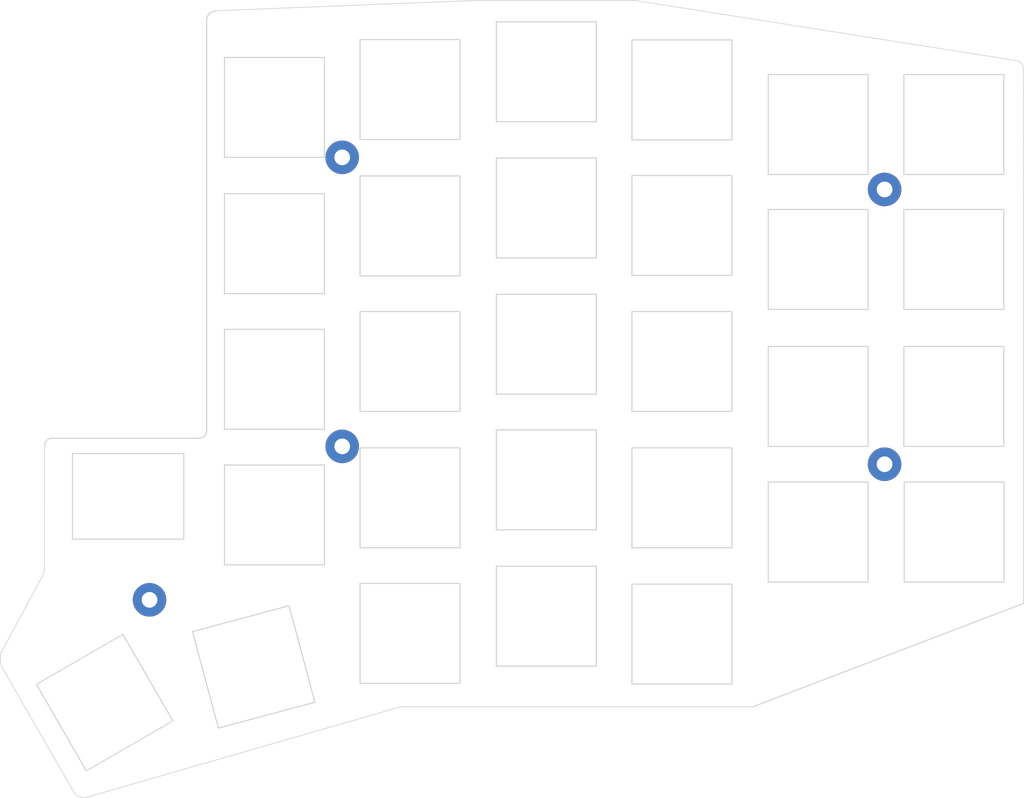
<source format=kicad_pcb>
(kicad_pcb (version 20211014) (generator pcbnew)
  (layers (0 "F.Cu" signal) (31 "B.Cu" signal) (34 "B.Paste" user) (35 "F.Paste" user) (36 "B.SilkS" user "B.Silkscreen") (37 "F.SilkS" user "F.Silkscreen") (38 "B.Mask" user) (39 "F.Mask" user) (44 "Edge.Cuts" user))
  (net 0 "")
  (footprint "SofleKeyboard-footprint:HOLE_M2_TH" (layer "F.Cu") (at 207.22 63.22)
    (fp_text reference "TH4" hide)
    (fp_text value "HOLE" hide)
    (pad "" thru_hole circle locked (at -0.225 -0.275 90) (size 4.7 4.7) (drill 2.2) (layers *.Cu *.Mask "Dwgs.User") (clearance 0.3))
  )
  (footprint "SofleKeyboard-footprint:HOLE_M2_TH" (layer "F.Cu") (at 130.97 58.52)
    (fp_text reference "TH3" hide)
    (fp_text value "HOLE" hide)
    (pad "" thru_hole circle locked (at 0.025 -0.075 90) (size 4.7 4.7) (drill 2.2) (layers *.Cu *.Mask "Dwgs.User") (clearance 0.3))
  )
  (footprint "SofleKeyboard-footprint:HOLE_M2_TH" (layer "F.Cu") (at 207.17 101.47)
    (fp_text reference "TH6" hide)
    (fp_text value "HOLE" hide)
    (pad "" thru_hole circle locked (at -0.175 -0.025 90) (size 4.7 4.7) (drill 2.2) (layers *.Cu *.Mask "Dwgs.User") (clearance 0.3))
  )
  (footprint "SofleKeyboard-footprint:HOLE_M2_TH" (layer "F.Cu") (at 131.02 99.02)
    (fp_text reference "TH5" hide)
    (fp_text value "HOLE" hide)
    (pad "" thru_hole circle locked (at -0.025 -0.075 90) (size 4.7 4.7) (drill 2.2) (layers *.Cu *.Mask "Dwgs.User") (clearance 0.3))
  )
  (footprint "SofleKeyboard-footprint:HOLE_M2_TH" (layer "F.Cu") (at 103.995 120.445 90)
    (fp_text reference "TH7" hide)
    (fp_text value "HOLE" hide)
    (pad "" thru_hole circle locked (at 0 0 180) (size 4.7 4.7) (drill 2.2) (layers *.Cu *.Mask "Dwgs.User") (clearance 0.3))
  )
  (gr_line (start 107.267178 137.407178) (end 95.142822 144.407178) (layer "Edge.Cuts") (width 0.15))
  (gr_line (start 100.267178 125.282822) (end 107.267178 137.407178) (layer "Edge.Cuts") (width 0.15))
  (gr_line (start 95.142822 144.407178) (end 88.142822 132.282822) (layer "Edge.Cuts") (width 0.15))
  (gr_line (start 88.142822 132.282822) (end 100.267178 125.282822) (layer "Edge.Cuts") (width 0.15))
  (gr_line (start 108.795 111.945) (end 108.795 105.945) (layer "Edge.Cuts") (width 0.15))
  (gr_line (start 226.278881 45.442807) (end 226.365281 45.623672) (layer "Edge.Cuts") (width 0.1))
  (gr_line (start 93.545 147.645) (end 83.295 129.845) (layer "Edge.Cuts") (width 0.1))
  (gr_line (start 171.945 36.445) (end 225.470441 44.890146) (layer "Edge.Cuts") (width 0.1))
  (gr_line (start 89.270257 115.845) (end 89.195 116.495) (layer "Edge.Cuts") (width 0.1))
  (gr_line (start 94.345 148.095) (end 94.895 148.195) (layer "Edge.Cuts") (width 0.1))
  (gr_line (start 83.145 129.345) (end 83.095 128.745) (layer "Edge.Cuts") (width 0.1))
  (gr_line (start 93.895 147.945) (end 94.345 148.095) (layer "Edge.Cuts") (width 0.1))
  (gr_line (start 225.672111 44.941776) (end 225.856871 45.026466) (layer "Edge.Cuts") (width 0.1))
  (gr_line (start 226.465181 120.945) (end 188.495 135.445) (layer "Edge.Cuts") (width 0.15))
  (gr_line (start 89.195 116.495) (end 88.995 117.095) (layer "Edge.Cuts") (width 0.1))
  (gr_line (start 83.095 128.745) (end 83.095 128.345) (layer "Edge.Cuts") (width 0.1))
  (gr_line (start 93.545 147.645) (end 93.895 147.945) (layer "Edge.Cuts") (width 0.1))
  (gr_line (start 225.470441 44.890146) (end 225.672111 44.941776) (layer "Edge.Cuts") (width 0.1))
  (gr_line (start 226.438181 46.026902) (end 226.465181 120.945) (layer "Edge.Cuts") (width 0.1))
  (gr_line (start 226.419381 45.819571) (end 226.438181 46.026902) (layer "Edge.Cuts") (width 0.1))
  (gr_line (start 83.195 127.845) (end 88.995 117.095) (layer "Edge.Cuts") (width 0.1))
  (gr_line (start 226.365281 45.623672) (end 226.419381 45.819571) (layer "Edge.Cuts") (width 0.1))
  (gr_line (start 149.995 36.445) (end 113.395 37.9) (layer "Edge.Cuts") (width 0.1))
  (gr_line (start 139.149128 135.445) (end 188.495 135.445) (layer "Edge.Cuts") (width 0.1))
  (gr_line (start 83.295 129.845) (end 83.145 129.345) (layer "Edge.Cuts") (width 0.1))
  (gr_line (start 83.095 128.345) (end 83.195 127.845) (layer "Edge.Cuts") (width 0.1))
  (gr_line (start 139.149128 135.445) (end 94.895 148.195) (layer "Edge.Cuts") (width 0.1))
  (gr_line (start 226.021621 45.1406) (end 226.163321 45.280582) (layer "Edge.Cuts") (width 0.1))
  (gr_line (start 149.995 36.445) (end 171.945 36.445) (layer "Edge.Cuts") (width 0.1))
  (gr_line (start 226.163321 45.280582) (end 226.278881 45.442807) (layer "Edge.Cuts") (width 0.1))
  (gr_line (start 89.270257 115.845) (end 89.3 98.8) (layer "Edge.Cuts") (width 0.1))
  (gr_line (start 225.856871 45.026466) (end 226.021621 45.1406) (layer "Edge.Cuts") (width 0.1))
  (gr_line (start 190.695 84.945) (end 204.695 84.945) (layer "Edge.Cuts") (width 0.15))
  (gr_line (start 147.495 118.145) (end 147.495 132.145) (layer "Edge.Cuts") (width 0.15))
  (gr_arc (start 111.995 96.8) (mid 111.702107 97.507107) (end 110.995 97.8) (layer "Edge.Cuts") (width 0.15))
  (gr_line (start 111.995 96.8) (end 111.995 39.045) (layer "Edge.Cuts") (width 0.15))
  (gr_line (start 204.695 84.945) (end 204.695 98.945) (layer "Edge.Cuts") (width 0.15))
  (gr_line (start 108.795 99.945) (end 93.195 99.945) (layer "Edge.Cuts") (width 0.15))
  (gr_line (start 152.595 96.635) (end 166.595 96.635) (layer "Edge.Cuts") (width 0.15))
  (gr_line (start 185.595 113.145) (end 171.595 113.145) (layer "Edge.Cuts") (width 0.15))
  (gr_line (start 112.995 38) (end 113.395 37.9) (layer "Edge.Cuts") (width 0.15))
  (gr_line (start 133.495 132.145) (end 133.495 118.145) (layer "Edge.Cuts") (width 0.15))
  (gr_line (start 204.695 46.845) (end 204.695 60.845) (layer "Edge.Cuts") (width 0.15))
  (gr_line (start 171.595 41.985) (end 185.595 41.985) (layer "Edge.Cuts") (width 0.15))
  (gr_line (start 171.595 80.045) (end 185.595 80.045) (layer "Edge.Cuts") (width 0.15))
  (gr_line (start 147.495 113.145) (end 133.495 113.145) (layer "Edge.Cuts") (width 0.15))
  (gr_line (start 223.745 103.945) (end 223.745 117.945) (layer "Edge.Cuts") (width 0.15))
  (gr_line (start 185.595 132.245) (end 171.595 132.245) (layer "Edge.Cuts") (width 0.15))
  (gr_line (start 185.595 60.985) (end 185.595 74.985) (layer "Edge.Cuts") (width 0.15))
  (gr_line (start 114.495 115.545) (end 114.495 101.545) (layer "Edge.Cuts") (width 0.15))
  (gr_line (start 209.745 117.945) (end 209.745 103.945) (layer "Edge.Cuts") (width 0.15))
  (gr_line (start 171.595 60.985) (end 185.595 60.985) (layer "Edge.Cuts") (width 0.15))
  (gr_line (start 204.695 79.745) (end 190.695 79.745) (layer "Edge.Cuts") (width 0.15))
  (gr_line (start 204.695 98.945) (end 190.695 98.945) (layer "Edge.Cuts") (width 0.15))
  (gr_line (start 128.495 101.545) (end 128.495 115.545) (layer "Edge.Cuts") (width 0.15))
  (gr_line (start 209.695 60.845) (end 209.695 46.845) (layer "Edge.Cuts") (width 0.15))
  (gr_line (start 133.495 99.145) (end 147.495 99.145) (layer "Edge.Cuts") (width 0.15))
  (gr_line (start 90.3 97.8) (end 110.995 97.8) (layer "Edge.Cuts") (width 0.15))
  (gr_line (start 166.595 39.445) (end 166.595 53.445) (layer "Edge.Cuts") (width 0.15))
  (gr_line (start 111.995 39.045) (end 112.095 38.7) (layer "Edge.Cuts") (width 0.15))
  (gr_line (start 190.695 79.745) (end 190.695 65.745) (layer "Edge.Cuts") (width 0.15))
  (gr_line (start 166.595 91.635) (end 152.595 91.635) (layer "Edge.Cuts") (width 0.15))
  (gr_line (start 190.695 46.845) (end 204.695 46.845) (layer "Edge.Cuts") (width 0.15))
  (gr_line (start 209.695 65.745) (end 223.695 65.745) (layer "Edge.Cuts") (width 0.15))
  (gr_line (start 185.595 41.985) (end 185.595 55.985) (layer "Edge.Cuts") (width 0.15))
  (gr_line (start 166.595 53.445) (end 152.595 53.445) (layer "Edge.Cuts") (width 0.15))
  (gr_line (start 166.595 96.635) (end 166.595 110.635) (layer "Edge.Cuts") (width 0.15))
  (gr_line (start 147.495 61.045) (end 147.495 75.045) (layer "Edge.Cuts") (width 0.15))
  (gr_line (start 204.695 117.945) (end 190.695 117.945) (layer "Edge.Cuts") (width 0.15))
  (gr_line (start 166.595 115.735) (end 166.595 129.735) (layer "Edge.Cuts") (width 0.15))
  (gr_line (start 185.595 118.245) (end 185.595 132.245) (layer "Edge.Cuts") (width 0.15))
  (gr_line (start 114.495 44.445) (end 128.495 44.445) (layer "Edge.Cuts") (width 0.15))
  (gr_line (start 152.595 110.635) (end 152.595 96.635) (layer "Edge.Cuts") (width 0.15))
  (gr_line (start 114.495 96.545) (end 114.495 82.545) (layer "Edge.Cuts") (width 0.15))
  (gr_line (start 171.595 118.245) (end 185.595 118.245) (layer "Edge.Cuts") (width 0.15))
  (gr_line (start 171.595 74.985) (end 171.595 60.985) (layer "Edge.Cuts") (width 0.15))
  (gr_line (start 112.095 38.7) (end 112.295 38.4) (layer "Edge.Cuts") (width 0.15))
  (gr_line (start 147.495 75.045) (end 133.495 75.045) (layer "Edge.Cuts") (width 0.15))
  (gr_line (start 113.645253 138.418214) (end 110.021786 124.895253) (layer "Edge.Cuts") (width 0.15))
  (gr_line (start 112.695 38.1) (end 112.995 38) (layer "Edge.Cuts") (width 0.15))
  (gr_line (start 166.595 72.535) (end 152.595 72.535) (layer "Edge.Cuts") (width 0.15))
  (gr_line (start 190.695 98.945) (end 190.695 84.945) (layer "Edge.Cuts") (width 0.15))
  (gr_line (start 223.695 84.945) (end 223.695 98.945) (layer "Edge.Cuts") (width 0.15))
  (gr_line (start 223.695 46.845) (end 223.695 60.845) (layer "Edge.Cuts") (width 0.15))
  (gr_line (start 133.495 41.945) (end 147.495 41.945) (layer "Edge.Cuts") (width 0.15))
  (gr_line (start 93.195 111.945) (end 108.795 111.945) (layer "Edge.Cuts") (width 0.15))
  (gr_line (start 147.495 94.045) (end 133.495 94.045) (layer "Edge.Cuts") (width 0.15))
  (gr_line (start 223.695 79.745) (end 209.695 79.745) (layer "Edge.Cuts") (width 0.15))
  (gr_line (start 112.295 38.4) (end 112.495 38.2) (layer "Edge.Cuts") (width 0.15))
  (gr_line (start 204.695 65.745) (end 204.695 79.745) (layer "Edge.Cuts") (width 0.15))
  (gr_line (start 223.695 65.745) (end 223.695 79.745) (layer "Edge.Cuts") (width 0.15))
  (gr_line (start 147.495 41.945) (end 147.495 55.945) (layer "Edge.Cuts") (width 0.15))
  (gr_line (start 209.695 84.945) (end 223.695 84.945) (layer "Edge.Cuts") (width 0.15))
  (gr_line (start 128.495 82.545) (end 128.495 96.545) (layer "Edge.Cuts") (width 0.15))
  (gr_line (start 114.495 58.445) (end 114.495 44.445) (layer "Edge.Cuts") (width 0.15))
  (gr_line (start 147.495 132.145) (end 133.495 132.145) (layer "Edge.Cuts") (width 0.15))
  (gr_line (start 133.495 118.145) (end 147.495 118.145) (layer "Edge.Cuts") (width 0.15))
  (gr_line (start 133.495 113.145) (end 133.495 99.145) (layer "Edge.Cuts") (width 0.15))
  (gr_line (start 166.595 129.735) (end 152.595 129.735) (layer "Edge.Cuts") (width 0.15))
  (gr_line (start 185.595 99.145) (end 185.595 113.145) (layer "Edge.Cuts") (width 0.15))
  (gr_line (start 190.695 117.945) (end 190.695 103.945) (layer "Edge.Cuts") (width 0.15))
  (gr_line (start 147.495 55.945) (end 133.495 55.945) (layer "Edge.Cuts") (width 0.15))
  (gr_line (start 171.595 132.245) (end 171.595 118.245) (layer "Edge.Cuts") (width 0.15))
  (gr_line (start 166.595 110.635) (end 152.595 110.635) (layer "Edge.Cuts") (width 0.15))
  (gr_line (start 223.745 117.945) (end 209.745 117.945) (layer "Edge.Cuts") (width 0.15))
  (gr_line (start 190.695 65.745) (end 204.695 65.745) (layer "Edge.Cuts") (width 0.15))
  (gr_line (start 152.595 115.735) (end 166.595 115.735) (layer "Edge.Cuts") (width 0.15))
  (gr_line (start 204.695 103.945) (end 204.695 117.945) (layer "Edge.Cuts") (width 0.15))
  (gr_line (start 133.495 80.045) (end 147.495 80.045) (layer "Edge.Cuts") (width 0.15))
  (gr_line (start 114.495 101.545) (end 128.495 101.545) (layer "Edge.Cuts") (width 0.15))
  (gr_line (start 152.595 39.445) (end 166.595 39.445) (layer "Edge.Cuts") (width 0.15))
  (gr_line (start 209.695 79.745) (end 209.695 65.745) (layer "Edge.Cuts") (width 0.15))
  (gr_line (start 112.495 38.2) (end 112.695 38.1) (layer "Edge.Cuts") (width 0.15))
  (gr_line (start 171.595 94.045) (end 171.595 80.045) (layer "Edge.Cuts") (width 0.15))
  (gr_line (start 114.495 82.545) (end 128.495 82.545) (layer "Edge.Cuts") (width 0.15))
  (gr_line (start 152.595 91.635) (end 152.595 77.635) (layer "Edge.Cuts") (width 0.15))
  (gr_line (start 152.595 58.535) (end 166.595 58.535) (layer "Edge.Cuts") (width 0.15))
  (gr_line (start 185.595 80.045) (end 185.595 94.045) (layer "Edge.Cuts") (width 0.15))
  (gr_line (start 190.695 60.845) (end 190.695 46.845) (layer "Edge.Cuts") (width 0.15))
  (gr_line (start 185.595 55.985) (end 171.595 55.985) (layer "Edge.Cuts") (width 0.15))
  (gr_line (start 127.168214 134.794747) (end 113.645253 138.418214) (layer "Edge.Cuts") (width 0.15))
  (gr_line (start 133.495 94.045) (end 133.495 80.045) (layer "Edge.Cuts") (width 0.15))
  (gr_line (start 185.595 74.985) (end 171.595 74.985) (layer "Edge.Cuts") (width 0.15))
  (gr_line (start 128.495 58.445) (end 114.495 58.445) (layer "Edge.Cuts") (width 0.15))
  (gr_line (start 223.695 98.945) (end 209.695 98.945) (layer "Edge.Cuts") (width 0.15))
  (gr_line (start 209.745 103.945) (end 223.745 103.945) (layer "Edge.Cuts") (width 0.15))
  (gr_line (start 133.495 61.045) (end 147.495 61.045) (layer "Edge.Cuts") (width 0.15))
  (gr_arc (start 89.3 98.8) (mid 89.592893 98.092893) (end 90.3 97.8) (layer "Edge.Cuts") (width 0.15))
  (gr_line (start 128.495 96.545) (end 114.495 96.545) (layer "Edge.Cuts") (width 0.15))
  (gr_line (start 223.695 60.845) (end 209.695 60.845) (layer "Edge.Cuts") (width 0.15))
  (gr_line (start 128.495 44.445) (end 128.495 58.445) (layer "Edge.Cuts") (width 0.15))
  (gr_line (start 128.495 63.545) (end 128.495 77.545) (layer "Edge.Cuts") (width 0.15))
  (gr_line (start 128.495 77.545) (end 114.495 77.545) (layer "Edge.Cuts") (width 0.15))
  (gr_line (start 152.595 72.535) (end 152.595 58.535) (layer "Edge.Cuts") (width 0.15))
  (gr_line (start 204.695 60.845) (end 190.695 60.845) (layer "Edge.Cuts") (width 0.15))
  (gr_line (start 123.544747 121.271786) (end 127.168214 134.794747) (layer "Edge.Cuts") (width 0.15))
  (gr_line (start 108.795 105.945) (end 108.795 99.945) (layer "Edge.Cuts") (width 0.15))
  (gr_line (start 171.595 55.985) (end 171.595 41.985) (layer "Edge.Cuts") (width 0.15))
  (gr_line (start 147.495 80.045) (end 147.495 94.045) (layer "Edge.Cuts") (width 0.15))
  (gr_line (start 152.595 77.635) (end 166.595 77.635) (layer "Edge.Cuts") (width 0.15))
  (gr_line (start 114.495 63.545) (end 128.495 63.545) (layer "Edge.Cuts") (width 0.15))
  (gr_line (start 110.021786 124.895253) (end 123.544747 121.271786) (layer "Edge.Cuts") (width 0.15))
  (gr_line (start 114.495 77.545) (end 114.495 63.545) (layer "Edge.Cuts") (width 0.15))
  (gr_line (start 133.495 75.045) (end 133.495 61.045) (layer "Edge.Cuts") (width 0.15))
  (gr_line (start 152.595 129.735) (end 152.595 115.735) (layer "Edge.Cuts") (width 0.15))
  (gr_line (start 133.495 55.945) (end 133.495 41.945) (layer "Edge.Cuts") (width 0.15))
  (gr_line (start 93.195 99.945) (end 93.195 111.945) (layer "Edge.Cuts") (width 0.15))
  (gr_line (start 171.595 113.145) (end 171.595 99.145) (layer "Edge.Cuts") (width 0.15))
  (gr_line (start 171.595 99.145) (end 185.595 99.145) (layer "Edge.Cuts") (width 0.15))
  (gr_line (start 190.695 103.945) (end 204.695 103.945) (layer "Edge.Cuts") (width 0.15))
  (gr_line (start 166.595 58.535) (end 166.595 72.535) (layer "Edge.Cuts") (width 0.15))
  (gr_line (start 147.495 99.145) (end 147.495 113.145) (layer "Edge.Cuts") (width 0.15))
  (gr_line (start 166.595 77.635) (end 166.595 91.635) (layer "Edge.Cuts") (width 0.15))
  (gr_line (start 209.695 46.845) (end 223.695 46.845) (layer "Edge.Cuts") (width 0.15))
  (gr_line (start 152.595 53.445) (end 152.595 39.445) (layer "Edge.Cuts") (width 0.15))
  (gr_line (start 209.695 98.945) (end 209.695 84.945) (layer "Edge.Cuts") (width 0.15))
  (gr_line (start 185.595 94.045) (end 171.595 94.045) (layer "Edge.Cuts") (width 0.15))
  (gr_line (start 128.495 115.545) (end 114.495 115.545) (layer "Edge.Cuts") (width 0.15))
)
</source>
